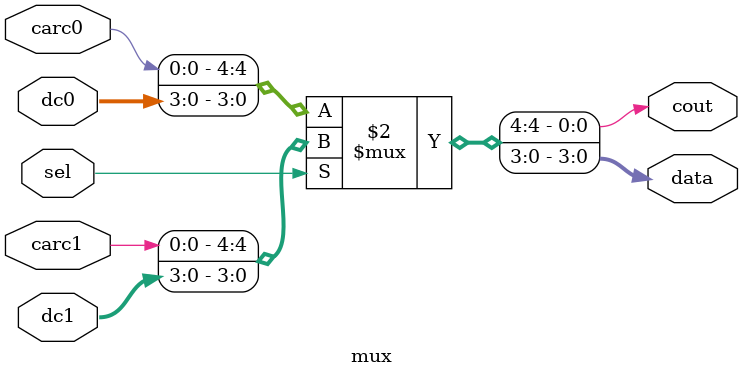
<source format=v>
`timescale 1ns / 1ps
module crisel(

x,y,cin,
cout,sumo
);

input [31:0]x;
input [31:0]y;
input cin;
output  cout;
output  [31:0]sumo;

wire [7:0]carc1,carc0;
wire [6:0]c;
wire [31:0] sumc1,sumc0;




fulladd ad1(x[3:0],y[3:0],sumc1[3:0],sumc0[3:0],carc1[0],carc0[0]);
mux m1(cin,sumc1[3:0],sumc0[3:0],carc1[0],carc0[0],sumo[3:0],c[0]);
fulladd ad2(x[7:4],y[7:4],sumc1[7:4],sumc0[7:4],carc1[1],carc0[1]);
mux m2(c[0],sumc1[7:4],sumc0[7:4],carc1[1],carc0[1],sumo[7:4],c[1]);


fulladd ad3(x[11:8],y[11:8],sumc1[11:8],sumc0[11:8],carc1[2],carc0[2]);
mux m3(c[1],sumc1[11:8],sumc0[11:8],carc1[2],carc0[2],sumo[11:8],c[2]);
fulladd ad4(x[15:12],y[15:12],sumc1[15:12],sumc0[15:12],carc1[3],carc0[3]);
mux m4(c[2],sumc1[15:12],sumc0[15:12],carc1[3],carc0[3],sumo[15:12],c[3]);


fulladd ad5(x[19:16],y[19:16],sumc1[19:16],sumc0[19:16],carc1[4],carc0[4]);
mux m5(c[3],sumc1[19:16],sumc0[19:16],carc1[4],carc0[4],sumo[19:16],c[4]);
fulladd ad6(x[23:20],y[23:20],sumc1[23:20],sumc0[23:20],carc1[5],carc0[5]);
mux m6(c[4],sumc1[23:20],sumc0[23:20],carc1[5],carc0[5],sumo[23:20],c[5]);


fulladd ad7(x[27:24],y[27:24],sumc1[27:24],sumc0[27:24],carc1[6],carc0[6]);
mux m7(c[5],sumc1[27:24],sumc0[27:24],carc1[6],carc0[6],sumo[27:24],c[6]);
fulladd ad8(x[31:28],y[31:28],sumc1[31:28],sumc0[31:28],carc1[7],carc0[7]);
mux m8(c[6],sumc1[31:28],sumc0[31:28],carc1[7],carc0[7],sumo[31:28],cout);

endmodule



module fulladd(
    input [3:0]a,
    input [3:0]b,
    
    output [3:0]sumc1,sumc0,
    output carc1,carc0
	 
    );
	 
assign {carc0,sumc0} = a+b;
assign {carc1,sumc1} = a+b+1;

//assign carc0 = ;	 
	// wire sumt;
	 //wire cart,ct;
//hadd h1(a,b,sumt,cart);
//hadd h2(sumt,c,sum1,ct);
//or a1(car1,cart,ct);

endmodule

module mux(sel, dc1,dc0,carc1,carc0,data,cout);

input sel;
input[3:0] dc1,dc0;
input carc0,carc1;
output cout;
output [3:0]data;

assign {cout,data} = (sel == 0)? {carc0,dc0} : {carc1,dc1};

endmodule



</source>
